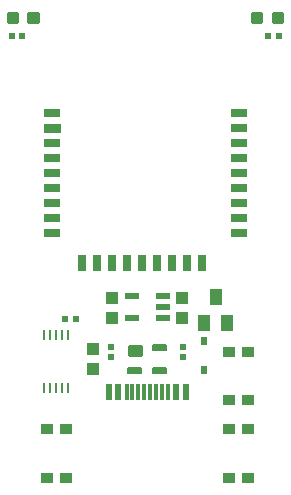
<source format=gbr>
G04 EAGLE Gerber RS-274X export*
G75*
%MOMM*%
%FSLAX34Y34*%
%LPD*%
%INSolderpaste Top*%
%IPPOS*%
%AMOC8*
5,1,8,0,0,1.08239X$1,22.5*%
G01*
%ADD10R,1.200000X0.550000*%
%ADD11R,1.000000X0.900000*%
%ADD12C,0.300000*%
%ADD13R,0.540000X0.600000*%
%ADD14R,1.000000X1.100000*%
%ADD15R,0.600000X1.450000*%
%ADD16R,0.300000X1.450000*%
%ADD17R,0.600000X0.540000*%
%ADD18R,1.000000X1.400000*%
%ADD19R,0.600000X0.800000*%
%ADD20C,0.247500*%
%ADD21C,0.147500*%
%ADD22R,0.250000X0.875000*%
%ADD23R,1.422400X0.711200*%
%ADD24C,0.028447*%
%ADD25R,0.711200X1.422400*%


D10*
X143001Y144500D03*
X143001Y154000D03*
X143001Y163500D03*
X116999Y163500D03*
X116999Y144500D03*
D11*
X45000Y50500D03*
X61000Y50500D03*
X61000Y9500D03*
X45000Y9500D03*
X199000Y116500D03*
X215000Y116500D03*
X215000Y75500D03*
X199000Y75500D03*
D12*
X19730Y395500D02*
X19730Y402500D01*
X19730Y395500D02*
X12730Y395500D01*
X12730Y402500D01*
X19730Y402500D01*
X19730Y398350D02*
X12730Y398350D01*
X12730Y401200D02*
X19730Y401200D01*
X37270Y402500D02*
X37270Y395500D01*
X30270Y395500D01*
X30270Y402500D01*
X37270Y402500D01*
X37270Y398350D02*
X30270Y398350D01*
X30270Y401200D02*
X37270Y401200D01*
X237270Y402500D02*
X237270Y395500D01*
X237270Y402500D02*
X244270Y402500D01*
X244270Y395500D01*
X237270Y395500D01*
X237270Y398350D02*
X244270Y398350D01*
X244270Y401200D02*
X237270Y401200D01*
X219730Y402500D02*
X219730Y395500D01*
X219730Y402500D02*
X226730Y402500D01*
X226730Y395500D01*
X219730Y395500D01*
X219730Y398350D02*
X226730Y398350D01*
X226730Y401200D02*
X219730Y401200D01*
D13*
X241320Y384000D03*
X232680Y384000D03*
X15680Y384000D03*
X24320Y384000D03*
D14*
X159500Y144500D03*
X159500Y161500D03*
X100500Y144500D03*
X100500Y161500D03*
D11*
X199000Y50500D03*
X215000Y50500D03*
X215000Y9500D03*
X199000Y9500D03*
D15*
X97500Y81950D03*
X105500Y81950D03*
D16*
X127500Y81950D03*
X122500Y81950D03*
X117500Y81950D03*
X112500Y81950D03*
X132500Y81950D03*
X137500Y81950D03*
X142500Y81950D03*
X147500Y81950D03*
D15*
X154500Y81950D03*
X162500Y81950D03*
D17*
X99000Y120320D03*
X99000Y111680D03*
X160000Y120320D03*
X160000Y111680D03*
D18*
X188000Y163000D03*
X197500Y141000D03*
X178500Y141000D03*
D19*
X178000Y100500D03*
X178000Y125500D03*
D13*
X69320Y144000D03*
X60680Y144000D03*
D20*
X114487Y113887D02*
X124413Y113887D01*
X114487Y113887D02*
X114487Y121313D01*
X124413Y121313D01*
X124413Y113887D01*
X124413Y116238D02*
X114487Y116238D01*
X114487Y118589D02*
X124413Y118589D01*
X124413Y120940D02*
X114487Y120940D01*
D21*
X113987Y98187D02*
X124913Y98187D01*
X113987Y98187D02*
X113987Y102613D01*
X124913Y102613D01*
X124913Y98187D01*
X124913Y99588D02*
X113987Y99588D01*
X113987Y100989D02*
X124913Y100989D01*
X124913Y102390D02*
X113987Y102390D01*
X135087Y98187D02*
X146013Y98187D01*
X135087Y98187D02*
X135087Y102613D01*
X146013Y102613D01*
X146013Y98187D01*
X146013Y99588D02*
X135087Y99588D01*
X135087Y100989D02*
X146013Y100989D01*
X146013Y102390D02*
X135087Y102390D01*
X135087Y117387D02*
X146013Y117387D01*
X135087Y117387D02*
X135087Y121813D01*
X146013Y121813D01*
X146013Y117387D01*
X146013Y118788D02*
X135087Y118788D01*
X135087Y120189D02*
X146013Y120189D01*
X146013Y121590D02*
X135087Y121590D01*
D22*
X43000Y85375D03*
X48000Y85375D03*
X53000Y85375D03*
X58000Y85375D03*
X63000Y85375D03*
X63000Y130625D03*
X58000Y130625D03*
X53000Y130625D03*
X48000Y130625D03*
X43000Y130625D03*
D14*
X84000Y101500D03*
X84000Y118500D03*
D23*
X49120Y318220D03*
D24*
X42350Y302106D02*
X56290Y302106D01*
X42350Y302106D02*
X42350Y308934D01*
X56290Y308934D01*
X56290Y302106D01*
X56290Y302376D02*
X42350Y302376D01*
X42350Y302646D02*
X56290Y302646D01*
X56290Y302916D02*
X42350Y302916D01*
X42350Y303186D02*
X56290Y303186D01*
X56290Y303456D02*
X42350Y303456D01*
X42350Y303726D02*
X56290Y303726D01*
X56290Y303996D02*
X42350Y303996D01*
X42350Y304266D02*
X56290Y304266D01*
X56290Y304536D02*
X42350Y304536D01*
X42350Y304806D02*
X56290Y304806D01*
X56290Y305076D02*
X42350Y305076D01*
X42350Y305346D02*
X56290Y305346D01*
X56290Y305616D02*
X42350Y305616D01*
X42350Y305886D02*
X56290Y305886D01*
X56290Y306156D02*
X42350Y306156D01*
X42350Y306426D02*
X56290Y306426D01*
X56290Y306696D02*
X42350Y306696D01*
X42350Y306966D02*
X56290Y306966D01*
X56290Y307236D02*
X42350Y307236D01*
X42350Y307506D02*
X56290Y307506D01*
X56290Y307776D02*
X42350Y307776D01*
X42350Y308046D02*
X56290Y308046D01*
X56290Y308316D02*
X42350Y308316D01*
X42350Y308586D02*
X56290Y308586D01*
X56290Y308856D02*
X42350Y308856D01*
D23*
X49320Y292820D03*
X49320Y280120D03*
X49320Y267420D03*
X49320Y254720D03*
X49320Y242020D03*
X49320Y229320D03*
X49320Y216620D03*
D25*
X74720Y191220D03*
X87420Y191220D03*
X100120Y191220D03*
X112820Y191220D03*
X125520Y191220D03*
X138220Y191220D03*
X150920Y191220D03*
X163620Y191220D03*
X176320Y191220D03*
D23*
X208070Y216620D03*
X208070Y229320D03*
X208070Y242020D03*
X208070Y254720D03*
X208070Y267420D03*
X208070Y280120D03*
X208070Y292820D03*
X208070Y305520D03*
X208070Y318220D03*
M02*

</source>
